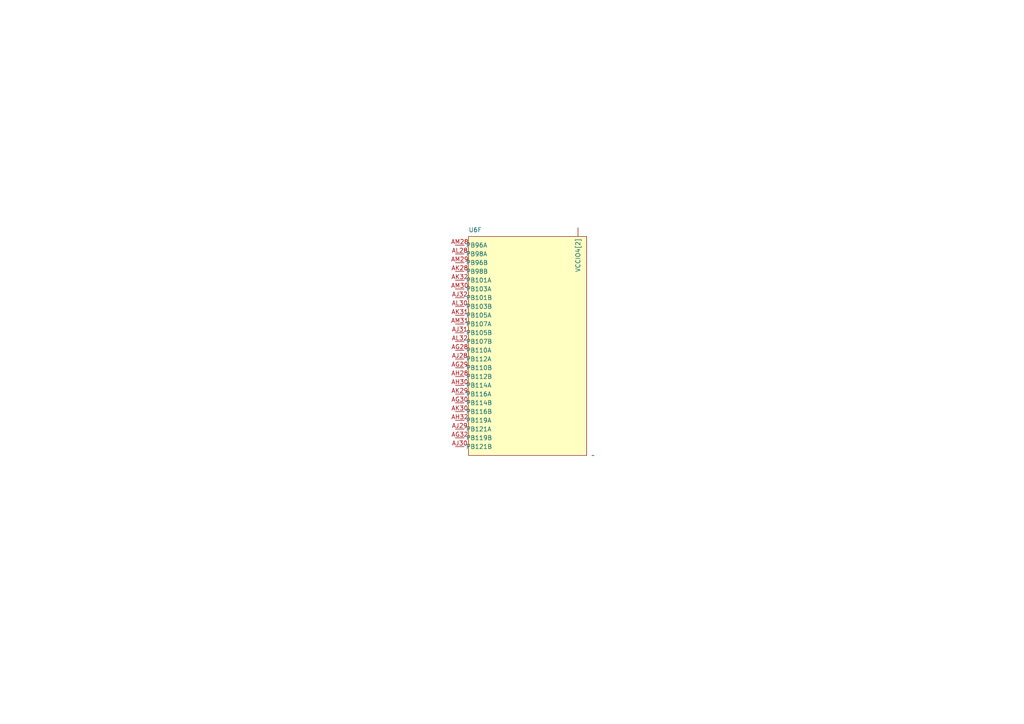
<source format=kicad_sch>
(kicad_sch (version 20231120) (generator "eeschema") (generator_version "8.0")
  (paper "A4")
  (title_block (title "${Project Designation}") (date "2024-06-30") (rev "${Revision}") (comment 1 "${Project Title}") (comment 2 "FPGA BANK 7") (comment 3 "${Part Number}"))
  (symbol (lib_id "ECAP5-BSOM:LFE5U-85F-*BG756*") (at 137.16 71.12 0) (unit 6)
    (property "Reference" "U6" (at 135.89 66.6749 0) (effects (justify left)))
    (property "Value" "~" (at 171.45 132.08 0) (effects (justify left)))
    (property "Datasheet" "https://www.latticesemi.com/view_document?document_id=50461" (effects (hide yes)))
  )
)
</source>
